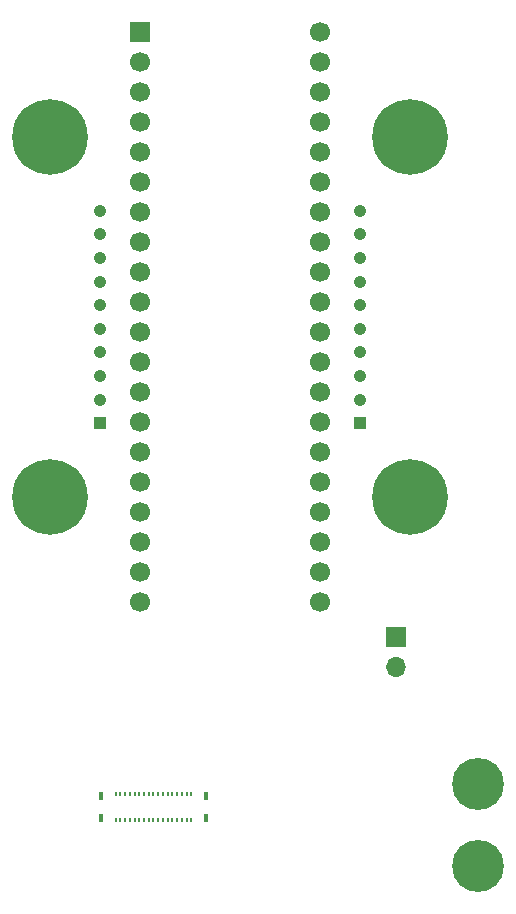
<source format=gbr>
%TF.GenerationSoftware,KiCad,Pcbnew,(6.0.4)*%
%TF.CreationDate,2022-08-11T15:59:35+02:00*%
%TF.ProjectId,STM32_DJI_Gimbal,53544d33-325f-4444-9a49-5f47696d6261,rev?*%
%TF.SameCoordinates,Original*%
%TF.FileFunction,Soldermask,Bot*%
%TF.FilePolarity,Negative*%
%FSLAX46Y46*%
G04 Gerber Fmt 4.6, Leading zero omitted, Abs format (unit mm)*
G04 Created by KiCad (PCBNEW (6.0.4)) date 2022-08-11 15:59:35*
%MOMM*%
%LPD*%
G01*
G04 APERTURE LIST*
%ADD10R,1.700000X1.700000*%
%ADD11O,1.700000X1.700000*%
%ADD12C,0.800000*%
%ADD13C,6.400000*%
%ADD14C,0.700000*%
%ADD15C,4.400000*%
%ADD16C,1.700000*%
%ADD17C,1.050000*%
%ADD18R,1.050000X1.050000*%
%ADD19R,0.300000X0.750000*%
%ADD20R,0.230000X0.420000*%
G04 APERTURE END LIST*
D10*
%TO.C,J2*%
X164000000Y-127125000D03*
D11*
X164000000Y-129665000D03*
%TD*%
D12*
%TO.C,H6*%
X165250000Y-82350000D03*
X166947056Y-86447056D03*
X166947056Y-83052944D03*
X167650000Y-84750000D03*
D13*
X165250000Y-84750000D03*
D12*
X165250000Y-87150000D03*
X163552944Y-83052944D03*
X163552944Y-86447056D03*
X162850000Y-84750000D03*
%TD*%
%TO.C,H5*%
X165250000Y-112850000D03*
X166947056Y-116947056D03*
X166947056Y-113552944D03*
X167650000Y-115250000D03*
D13*
X165250000Y-115250000D03*
D12*
X165250000Y-117650000D03*
X163552944Y-113552944D03*
X163552944Y-116947056D03*
X162850000Y-115250000D03*
%TD*%
D14*
%TO.C,H4*%
X172166726Y-147666726D03*
X171000000Y-144850000D03*
X169833274Y-145333274D03*
X169350000Y-146500000D03*
X172166726Y-145333274D03*
X169833274Y-147666726D03*
X171000000Y-148150000D03*
D15*
X171000000Y-146500000D03*
D14*
X172650000Y-146500000D03*
%TD*%
%TO.C,H3*%
X172166726Y-140666726D03*
X171000000Y-137850000D03*
X169833274Y-138333274D03*
X169350000Y-139500000D03*
X172166726Y-138333274D03*
X169833274Y-140666726D03*
X171000000Y-141150000D03*
D15*
X171000000Y-139500000D03*
D14*
X172650000Y-139500000D03*
%TD*%
D12*
%TO.C,H2*%
X134750000Y-112850000D03*
X136447056Y-116947056D03*
X136447056Y-113552944D03*
X137150000Y-115250000D03*
D13*
X134750000Y-115250000D03*
D12*
X134750000Y-117650000D03*
X133052944Y-113552944D03*
X133052944Y-116947056D03*
X132350000Y-115250000D03*
%TD*%
%TO.C,H1*%
X134750000Y-82350000D03*
X136447056Y-86447056D03*
X136447056Y-83052944D03*
X137150000Y-84750000D03*
D13*
X134750000Y-84750000D03*
D12*
X134750000Y-87150000D03*
X133052944Y-83052944D03*
X133052944Y-86447056D03*
X132350000Y-84750000D03*
%TD*%
D10*
%TO.C,U1*%
X142380000Y-75870000D03*
D16*
X142380000Y-78410000D03*
X142380000Y-80950000D03*
X142380000Y-83490000D03*
X142380000Y-86030000D03*
X142380000Y-88570000D03*
X142380000Y-91110000D03*
X142380000Y-93650000D03*
X142380000Y-96190000D03*
X142380000Y-98730000D03*
X142380000Y-101270000D03*
X142380000Y-103810000D03*
X142380000Y-106350000D03*
X142380000Y-108890000D03*
X142380000Y-111430000D03*
X142380000Y-113970000D03*
X142380000Y-116510000D03*
X142380000Y-119050000D03*
X142380000Y-121590000D03*
X142380000Y-124130000D03*
X157620000Y-124130000D03*
X157620000Y-121590000D03*
X157620000Y-119050000D03*
X157620000Y-116510000D03*
X157620000Y-113970000D03*
X157620000Y-111430000D03*
X157620000Y-108890000D03*
X157620000Y-106350000D03*
X157620000Y-103810000D03*
X157620000Y-101270000D03*
X157620000Y-98730000D03*
X157620000Y-96190000D03*
X157620000Y-93650000D03*
X157620000Y-91110000D03*
X157620000Y-88570000D03*
X157620000Y-86030000D03*
X157620000Y-83490000D03*
X157620000Y-80950000D03*
X157620000Y-78410000D03*
X157620000Y-75870000D03*
%TD*%
D17*
%TO.C,P2*%
X161000000Y-91000000D03*
X161000000Y-93000000D03*
X161000000Y-95000000D03*
X161000000Y-97000000D03*
X161000000Y-99000000D03*
X161000000Y-101000000D03*
X161000000Y-103000000D03*
X161000000Y-105000000D03*
X161000000Y-107000000D03*
D18*
X161000000Y-109000000D03*
%TD*%
%TO.C,P1*%
X139000000Y-109000000D03*
D17*
X139000000Y-107000000D03*
X139000000Y-105000000D03*
X139000000Y-103000000D03*
X139000000Y-101000000D03*
X139000000Y-99000000D03*
X139000000Y-97000000D03*
X139000000Y-95000000D03*
X139000000Y-93000000D03*
X139000000Y-91000000D03*
%TD*%
D19*
%TO.C,J1*%
X139090000Y-140575000D03*
X139090000Y-142425000D03*
X147910000Y-142425000D03*
X147910000Y-140575000D03*
D20*
X140300000Y-140410000D03*
X140300000Y-142590000D03*
X140700000Y-140410000D03*
X140700000Y-142590000D03*
X141100000Y-140410000D03*
X141100000Y-142590000D03*
X141500000Y-140410000D03*
X141500000Y-142590000D03*
X141900000Y-140410000D03*
X141900000Y-142590000D03*
X142300000Y-140410000D03*
X142300000Y-142590000D03*
X142700000Y-140410000D03*
X142700000Y-142590000D03*
X143100000Y-140410000D03*
X143100000Y-142590000D03*
X143500000Y-140410000D03*
X143500000Y-142590000D03*
X143900000Y-140410000D03*
X143900000Y-142590000D03*
X144300000Y-140410000D03*
X144300000Y-142590000D03*
X144700000Y-140410000D03*
X144700000Y-142590000D03*
X145100000Y-140410000D03*
X145100000Y-142590000D03*
X145500000Y-140410000D03*
X145500000Y-142590000D03*
X145900000Y-140410000D03*
X145900000Y-142590000D03*
X146300000Y-140410000D03*
X146300000Y-142590000D03*
X146700000Y-140410000D03*
X146700000Y-142590000D03*
%TD*%
M02*

</source>
